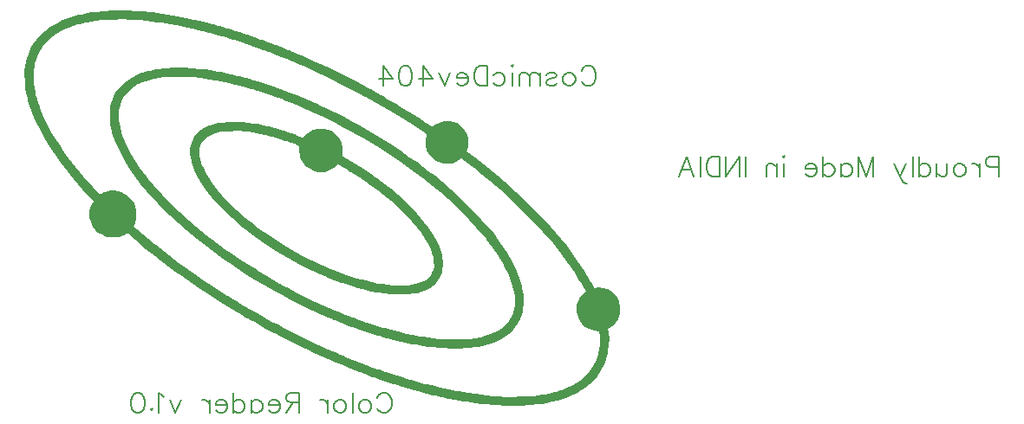
<source format=gbo>
G04 Layer: BottomSilkscreenLayer*
G04 EasyEDA v6.5.51, 2026-01-08 14:15:24*
G04 8ef0b08dc1df4c4d9fe98ab44df64a74,135c0aa5003143b9a617c0a099cfb315,10*
G04 Gerber Generator version 0.2*
G04 Scale: 100 percent, Rotated: No, Reflected: No *
G04 Dimensions in millimeters *
G04 leading zeros omitted , absolute positions ,4 integer and 5 decimal *
%FSLAX45Y45*%
%MOMM*%

%ADD10C,0.2032*%
%ADD11C,0.0151*%

%LPD*%
G36*
X1306372Y3570528D02*
G01*
X1211122Y3566515D01*
X1096822Y3560216D01*
X1036523Y3554171D01*
X992073Y3547719D01*
X953973Y3541369D01*
X922223Y3535121D01*
X893622Y3528822D01*
X865073Y3522218D01*
X820623Y3510127D01*
X763473Y3491026D01*
X712673Y3470808D01*
X655523Y3443630D01*
X592023Y3405886D01*
X541223Y3368446D01*
X472846Y3301847D01*
X445973Y3266541D01*
X441858Y3263341D01*
X408635Y3209391D01*
X377698Y3144520D01*
X377698Y3135122D01*
X371348Y3131210D01*
X371348Y3118815D01*
X365607Y3107791D01*
X352806Y3056991D01*
X346252Y3022041D01*
X341419Y2980791D01*
X430174Y2980791D01*
X435101Y3012541D01*
X441706Y3047441D01*
X448411Y3072841D01*
X460654Y3110941D01*
X465835Y3123641D01*
X487019Y3168091D01*
X531266Y3234791D01*
X595172Y3299002D01*
X648411Y3338169D01*
X692759Y3364077D01*
X743153Y3388969D01*
X792022Y3408375D01*
X855522Y3429050D01*
X882548Y3436416D01*
X906322Y3442360D01*
X934923Y3448812D01*
X957122Y3452520D01*
X988872Y3458616D01*
X1033322Y3465271D01*
X1087323Y3471265D01*
X1169873Y3477818D01*
X1325422Y3480206D01*
X1344472Y3477768D01*
X1474673Y3470859D01*
X1531823Y3465474D01*
X1588973Y3458616D01*
X1636572Y3452469D01*
X1681073Y3446170D01*
X1722323Y3439871D01*
X1760423Y3433521D01*
X1831848Y3420516D01*
X1865223Y3414166D01*
X1925523Y3401517D01*
X1985873Y3388106D01*
X2011273Y3382060D01*
X2036673Y3376422D01*
X2112873Y3357422D01*
X2138273Y3350260D01*
X2160473Y3344722D01*
X2185873Y3337560D01*
X2208123Y3332022D01*
X2233523Y3324758D01*
X2251049Y3321354D01*
X2254504Y3315766D01*
X2270099Y3315766D01*
X2281123Y3310026D01*
X2309723Y3302304D01*
X2373223Y3283254D01*
X2385923Y3278378D01*
X2471623Y3251504D01*
X2484323Y3246170D01*
X2563723Y3220212D01*
X2576423Y3214471D01*
X2604973Y3205226D01*
X2633573Y3194456D01*
X2668473Y3181756D01*
X2681173Y3176676D01*
X2703423Y3169056D01*
X2719273Y3162503D01*
X2731973Y3157575D01*
X2785973Y3137357D01*
X2825648Y3121202D01*
X2865323Y3105353D01*
X2878023Y3100476D01*
X2900273Y3090824D01*
X2935173Y3077108D01*
X2976473Y3059277D01*
X3013151Y3042716D01*
X3015996Y3042716D01*
X3057550Y3023666D01*
X3059938Y3023666D01*
X3116173Y2997809D01*
X3166973Y2975152D01*
X3290519Y2917291D01*
X3487623Y2818333D01*
X3570173Y2775153D01*
X3608273Y2754579D01*
X3665423Y2724404D01*
X3671773Y2719781D01*
X3716223Y2695702D01*
X3893769Y2594254D01*
X4036923Y2508097D01*
X4154373Y2434183D01*
X4233773Y2383485D01*
X4267200Y2361641D01*
X4263186Y2336241D01*
X4256176Y2323541D01*
X4255973Y2240991D01*
X4264660Y2212441D01*
X4269536Y2199741D01*
X4284573Y2169109D01*
X4318254Y2128012D01*
X4357573Y2099056D01*
X4386681Y2084273D01*
X4427423Y2071674D01*
X4468723Y2068372D01*
X4513173Y2073706D01*
X4538065Y2080260D01*
X4583023Y2102662D01*
X4601464Y2118766D01*
X4605324Y2118766D01*
X4635042Y2098141D01*
X4671923Y2069642D01*
X4704283Y2044141D01*
X4728870Y2025091D01*
X4806746Y1963267D01*
X4922723Y1866392D01*
X4944973Y1846630D01*
X5024323Y1777542D01*
X5027523Y1774291D01*
X5094173Y1713941D01*
X5157673Y1653895D01*
X5323078Y1488541D01*
X5401665Y1402791D01*
X5424525Y1377391D01*
X5500725Y1288491D01*
X5577027Y1193241D01*
X5640679Y1107541D01*
X5672683Y1063091D01*
X5710682Y1005941D01*
X5752033Y939241D01*
X5780532Y891641D01*
X5820918Y816914D01*
X5805373Y806602D01*
X5764123Y763930D01*
X5744006Y723341D01*
X5739688Y710641D01*
X5730748Y677011D01*
X5730748Y610920D01*
X5736285Y596341D01*
X5744006Y570941D01*
X5756808Y542696D01*
X5781548Y506272D01*
X5819749Y472541D01*
X5838139Y462534D01*
X5853023Y453034D01*
X5881573Y441553D01*
X5903823Y435457D01*
X5951423Y431241D01*
X5957468Y383641D01*
X5957570Y304241D01*
X5950000Y243941D01*
X5943142Y212191D01*
X5939637Y191465D01*
X5933948Y187960D01*
X5933948Y176530D01*
X5914948Y129641D01*
X5894882Y91541D01*
X5856732Y34391D01*
X5786323Y-35763D01*
X5760923Y-54965D01*
X5722315Y-81026D01*
X5697423Y-95199D01*
X5637123Y-125018D01*
X5583123Y-145643D01*
X5570423Y-150672D01*
X5535523Y-161544D01*
X5513273Y-167640D01*
X5489448Y-173583D01*
X5462473Y-179984D01*
X5427573Y-186944D01*
X5395823Y-192684D01*
X5354523Y-198983D01*
X5303723Y-205435D01*
X5205323Y-211632D01*
X5087823Y-215392D01*
X4916373Y-204673D01*
X4856073Y-199237D01*
X4798923Y-192836D01*
X4748123Y-186283D01*
X4662373Y-173380D01*
X4627473Y-167843D01*
X4589373Y-161188D01*
X4551273Y-153974D01*
X4487773Y-141274D01*
X4398873Y-122174D01*
X4376623Y-116738D01*
X4348073Y-110286D01*
X4271873Y-90525D01*
X4249623Y-85293D01*
X4176623Y-65024D01*
X4160723Y-61976D01*
X4148023Y-56845D01*
X4119473Y-49022D01*
X4103573Y-44145D01*
X4075023Y-36322D01*
X4062323Y-31445D01*
X4033723Y-23418D01*
X3976573Y-5334D01*
X3878173Y26568D01*
X3867150Y32766D01*
X3857447Y32766D01*
X3846423Y38811D01*
X3805123Y52273D01*
X3792423Y57556D01*
X3716223Y84023D01*
X3703523Y89357D01*
X3659073Y106578D01*
X3610356Y124307D01*
X3589223Y133705D01*
X3481273Y176276D01*
X3455365Y188010D01*
X3421481Y201371D01*
X3392373Y214426D01*
X3373323Y222554D01*
X3343249Y235966D01*
X3340252Y235966D01*
X3265373Y270306D01*
X3233623Y284378D01*
X3173323Y312470D01*
X3109925Y342341D01*
X2871673Y461264D01*
X2814523Y491998D01*
X2754223Y523951D01*
X2658973Y576630D01*
X2595473Y612902D01*
X2563723Y630377D01*
X2471623Y684631D01*
X2414473Y719429D01*
X2395423Y730504D01*
X2350973Y757580D01*
X2324404Y775716D01*
X2321001Y775716D01*
X2195423Y856386D01*
X2074773Y935736D01*
X2068423Y941374D01*
X1976323Y1004417D01*
X1922373Y1042060D01*
X1848815Y1095502D01*
X1747723Y1170838D01*
X1620723Y1269644D01*
X1608023Y1279906D01*
X1436573Y1422654D01*
X1401622Y1454607D01*
X1418894Y1488541D01*
X1433220Y1532991D01*
X1433220Y1626514D01*
X1425448Y1634236D01*
X1425448Y1644853D01*
X1411528Y1679041D01*
X1386433Y1716532D01*
X1363878Y1741525D01*
X1325422Y1768906D01*
X1288237Y1788210D01*
X1255572Y1797405D01*
X1225346Y1804416D01*
X1182573Y1804263D01*
X1153972Y1798116D01*
X1128572Y1791004D01*
X1115872Y1786280D01*
X1090472Y1773783D01*
X1075842Y1764741D01*
X1056233Y1786991D01*
X1007922Y1837842D01*
X960323Y1891741D01*
X956716Y1894941D01*
X880618Y1983841D01*
X804316Y2079091D01*
X747420Y2155291D01*
X712216Y2206091D01*
X689457Y2237841D01*
X637082Y2320391D01*
X603961Y2377541D01*
X577392Y2425141D01*
X525322Y2529941D01*
X491337Y2615641D01*
X485952Y2628341D01*
X465785Y2691841D01*
X460756Y2704541D01*
X456793Y2723591D01*
X450392Y2748991D01*
X444093Y2777591D01*
X437997Y2809341D01*
X430276Y2866491D01*
X430174Y2980791D01*
X341419Y2980791D01*
X338785Y2958541D01*
X342747Y2853791D01*
X348538Y2809341D01*
X355447Y2768041D01*
X361492Y2739491D01*
X368452Y2710891D01*
X374091Y2688691D01*
X380238Y2666441D01*
X391109Y2631541D01*
X396443Y2618841D01*
X405688Y2590241D01*
X432206Y2523591D01*
X441858Y2501341D01*
X504037Y2374341D01*
X540359Y2310841D01*
X601014Y2212441D01*
X639013Y2155291D01*
X696264Y2075891D01*
X725982Y2036267D01*
X822655Y1915058D01*
X905916Y1818741D01*
X976121Y1742541D01*
X1011123Y1705610D01*
X1013104Y1700123D01*
X997254Y1675841D01*
X981862Y1634591D01*
X974598Y1604314D01*
X974598Y1534922D01*
X980948Y1531010D01*
X980948Y1517497D01*
X994562Y1479194D01*
X1010412Y1450441D01*
X1031595Y1421231D01*
X1060145Y1394917D01*
X1095959Y1371955D01*
X1140561Y1353566D01*
X1155192Y1353566D01*
X1159154Y1347216D01*
X1238504Y1347216D01*
X1268272Y1354124D01*
X1280972Y1359357D01*
X1309573Y1369872D01*
X1333246Y1385316D01*
X1348740Y1385316D01*
X1350822Y1380540D01*
X1417523Y1322984D01*
X1526489Y1232408D01*
X1615338Y1161491D01*
X1661109Y1126591D01*
X1668373Y1119886D01*
X1808683Y1015441D01*
X1874723Y967536D01*
X1938223Y922883D01*
X2030323Y859383D01*
X2125573Y796188D01*
X2277973Y698601D01*
X2297023Y687628D01*
X2338273Y661771D01*
X2420823Y612241D01*
X2428748Y610158D01*
X2428748Y604266D01*
X2434996Y604266D01*
X2477973Y577951D01*
X2500223Y565251D01*
X2535123Y546150D01*
X2551023Y535381D01*
X2585923Y516331D01*
X2693873Y456082D01*
X2744368Y428955D01*
X2798673Y400304D01*
X2843123Y376326D01*
X3046323Y274523D01*
X3122523Y238455D01*
X3163773Y219405D01*
X3209188Y198069D01*
X3325723Y146761D01*
X3344773Y138074D01*
X3379165Y124510D01*
X3408273Y111506D01*
X3449523Y93624D01*
X3484473Y79908D01*
X3503523Y71577D01*
X3589223Y38455D01*
X3616147Y26416D01*
X3620973Y26466D01*
X3684473Y1676D01*
X3706723Y-5943D01*
X3719423Y-11023D01*
X3741623Y-18643D01*
X3754323Y-23926D01*
X3795623Y-37490D01*
X3808323Y-43180D01*
X3948023Y-88646D01*
X3960723Y-93472D01*
X4008323Y-107696D01*
X4021023Y-112725D01*
X4036923Y-116890D01*
X4055973Y-122275D01*
X4100423Y-135991D01*
X4141673Y-147777D01*
X4192473Y-161340D01*
X4214723Y-167640D01*
X4236923Y-173177D01*
X4259173Y-179527D01*
X4271873Y-182727D01*
X4329023Y-196138D01*
X4351223Y-201777D01*
X4382973Y-208940D01*
X4405223Y-214579D01*
X4424273Y-218389D01*
X4451248Y-224383D01*
X4481423Y-230733D01*
X4544923Y-242874D01*
X4617923Y-256133D01*
X4656023Y-262483D01*
X4744923Y-275437D01*
X4795723Y-281736D01*
X4852873Y-287883D01*
X4925923Y-294081D01*
X5068773Y-301650D01*
X5160873Y-301091D01*
X5291023Y-293979D01*
X5341823Y-288340D01*
X5395823Y-281584D01*
X5433923Y-275234D01*
X5462473Y-269544D01*
X5494223Y-262636D01*
X5545023Y-249377D01*
X5567273Y-242925D01*
X5584799Y-239521D01*
X5588254Y-233934D01*
X5599023Y-233934D01*
X5649823Y-214274D01*
X5662523Y-208991D01*
X5741873Y-170789D01*
X5775706Y-151282D01*
X5812485Y-126288D01*
X5860694Y-87985D01*
X5901080Y-48158D01*
X5933186Y-10058D01*
X5971743Y47599D01*
X6000140Y104241D01*
X6009741Y126441D01*
X6020460Y158191D01*
X6026454Y180441D01*
X6032804Y205841D01*
X6038850Y237591D01*
X6044895Y291541D01*
X6049213Y347167D01*
X6041694Y424891D01*
X6038850Y452018D01*
X6075273Y474878D01*
X6112357Y510641D01*
X6135979Y545541D01*
X6147104Y569620D01*
X6157569Y602691D01*
X6157569Y685241D01*
X6149441Y710641D01*
X6144310Y723341D01*
X6129223Y754837D01*
X6102705Y791006D01*
X6063640Y823518D01*
X6033973Y838403D01*
X5995873Y851153D01*
X5943142Y858672D01*
X5908192Y851408D01*
X5899759Y854659D01*
X5881827Y891641D01*
X5860084Y929741D01*
X5805627Y1021791D01*
X5725210Y1142441D01*
X5634431Y1263091D01*
X5576011Y1336141D01*
X5477002Y1451356D01*
X5399328Y1536141D01*
X5196332Y1739341D01*
X5141823Y1789785D01*
X5106822Y1821891D01*
X5075021Y1850491D01*
X5027625Y1891741D01*
X4998923Y1917547D01*
X4919573Y1983841D01*
X4906873Y1995627D01*
X4738573Y2130196D01*
X4657598Y2192070D01*
X4657598Y2196846D01*
X4662881Y2202891D01*
X4669790Y2228291D01*
X4676648Y2262124D01*
X4676648Y2288235D01*
X4669434Y2326741D01*
X4656683Y2364740D01*
X4630775Y2407970D01*
X4592523Y2444546D01*
X4560773Y2463647D01*
X4532223Y2475230D01*
X4506823Y2481630D01*
X4437126Y2484323D01*
X4408373Y2476906D01*
X4389323Y2470607D01*
X4348073Y2450947D01*
X4325975Y2433066D01*
X4317644Y2433066D01*
X4261815Y2470658D01*
X4189323Y2516581D01*
X4087723Y2580132D01*
X4005173Y2630881D01*
X3985463Y2642006D01*
X3938473Y2670251D01*
X3886911Y2700223D01*
X3855923Y2717952D01*
X3822293Y2737916D01*
X3820058Y2737916D01*
X3720337Y2795066D01*
X3718306Y2795066D01*
X3640023Y2838602D01*
X3576523Y2872232D01*
X3309569Y3006191D01*
X3192373Y3060700D01*
X3166973Y3072028D01*
X3128873Y3089656D01*
X3097123Y3103727D01*
X3063595Y3118916D01*
X3060750Y3118916D01*
X3019145Y3137966D01*
X3016046Y3137966D01*
X2959049Y3163366D01*
X2955747Y3163366D01*
X2925673Y3176574D01*
X2914599Y3182416D01*
X2908096Y3182416D01*
X2878023Y3195726D01*
X2846273Y3208629D01*
X2816098Y3220516D01*
X2798673Y3227679D01*
X2785973Y3232556D01*
X2763723Y3240176D01*
X2747873Y3246729D01*
X2697073Y3265576D01*
X2684373Y3270656D01*
X2662123Y3278276D01*
X2649423Y3283356D01*
X2627223Y3290976D01*
X2614523Y3296412D01*
X2535123Y3322370D01*
X2522423Y3328009D01*
X2481173Y3341268D01*
X2458923Y3347923D01*
X2446223Y3353104D01*
X2398623Y3367430D01*
X2363673Y3378403D01*
X2335123Y3386328D01*
X2322423Y3391204D01*
X2293823Y3399028D01*
X2277973Y3403904D01*
X2249373Y3411728D01*
X2233523Y3416604D01*
X2204923Y3424377D01*
X2190343Y3430066D01*
X2175154Y3430066D01*
X2171649Y3435705D01*
X2150973Y3439109D01*
X2046173Y3465372D01*
X2027123Y3468573D01*
X2014423Y3474008D01*
X1992223Y3477615D01*
X1963623Y3484067D01*
X1871573Y3503371D01*
X1842973Y3508857D01*
X1785823Y3519119D01*
X1731873Y3528212D01*
X1687423Y3535121D01*
X1639773Y3541420D01*
X1592122Y3547262D01*
X1468323Y3559962D01*
X1309827Y3566871D01*
G37*
G36*
X1817573Y3007309D02*
G01*
X1703273Y3001619D01*
X1652473Y2995015D01*
X1614373Y2989173D01*
X1595323Y2985211D01*
X1566722Y2978810D01*
X1541322Y2972358D01*
X1496872Y2959404D01*
X1484172Y2954426D01*
X1446072Y2940100D01*
X1384452Y2909874D01*
X1334973Y2876753D01*
X1282446Y2832354D01*
X1277823Y2824175D01*
X1255268Y2799791D01*
X1229461Y2761691D01*
X1202334Y2707741D01*
X1197508Y2695041D01*
X1191260Y2675991D01*
X1178102Y2625191D01*
X1173378Y2596591D01*
X1173083Y2495397D01*
X1260348Y2495397D01*
X1260348Y2586329D01*
X1266139Y2609291D01*
X1273505Y2644241D01*
X1278788Y2656941D01*
X1293215Y2695041D01*
X1304798Y2711856D01*
X1304798Y2716123D01*
X1324914Y2745333D01*
X1369669Y2792425D01*
X1406499Y2820466D01*
X1409293Y2820466D01*
X1433017Y2836519D01*
X1490522Y2864307D01*
X1557223Y2886506D01*
X1598472Y2896158D01*
X1617522Y2900222D01*
X1649272Y2906268D01*
X1696923Y2912465D01*
X1782673Y2918510D01*
X1909673Y2917748D01*
X1995373Y2913075D01*
X2058873Y2906268D01*
X2106523Y2899308D01*
X2144623Y2894126D01*
X2220823Y2880715D01*
X2300986Y2864612D01*
X2341473Y2855722D01*
X2366873Y2849321D01*
X2395423Y2842818D01*
X2446223Y2829458D01*
X2468473Y2824022D01*
X2557373Y2798622D01*
X2573223Y2794508D01*
X2585923Y2789428D01*
X2614523Y2781350D01*
X2754223Y2735122D01*
X2808173Y2715107D01*
X2824073Y2710078D01*
X2868523Y2692857D01*
X2881223Y2687675D01*
X2973273Y2651607D01*
X3014573Y2633624D01*
X3048965Y2620060D01*
X3140151Y2579116D01*
X3142335Y2579116D01*
X3259023Y2524252D01*
X3376523Y2465679D01*
X3464407Y2420162D01*
X3478123Y2411679D01*
X3527653Y2385263D01*
X3586073Y2352903D01*
X3652723Y2314702D01*
X3779723Y2238400D01*
X3855923Y2190800D01*
X4008323Y2089353D01*
X4049623Y2059584D01*
X4116273Y2012391D01*
X4232605Y1924964D01*
X4322267Y1853641D01*
X4402023Y1787296D01*
X4478223Y1720443D01*
X4560773Y1644243D01*
X4684623Y1520291D01*
X4751578Y1447241D01*
X4808677Y1380591D01*
X4849723Y1329791D01*
X4853127Y1326591D01*
X4910886Y1249781D01*
X4968392Y1163828D01*
X4995113Y1120241D01*
X5007914Y1097991D01*
X5030825Y1056741D01*
X5053939Y1009091D01*
X5067858Y977341D01*
X5077256Y955141D01*
X5081879Y945591D01*
X5102910Y878941D01*
X5107990Y866241D01*
X5117998Y818591D01*
X5125770Y774141D01*
X5125821Y678891D01*
X5118354Y640791D01*
X5114340Y621741D01*
X5109108Y609041D01*
X5094579Y570941D01*
X5068773Y527050D01*
X5015484Y470712D01*
X4965293Y435356D01*
X4913223Y408686D01*
X4862423Y389128D01*
X4817973Y376174D01*
X4792573Y369824D01*
X4738573Y359562D01*
X4687773Y353161D01*
X4614773Y347573D01*
X4494123Y347421D01*
X4392523Y353466D01*
X4335373Y359613D01*
X4284573Y365912D01*
X4240123Y372618D01*
X4205173Y378256D01*
X4167073Y384911D01*
X4128973Y392125D01*
X4071823Y404215D01*
X4043273Y410972D01*
X4017873Y416610D01*
X3916273Y441959D01*
X3860698Y457860D01*
X3833723Y465124D01*
X3821023Y470204D01*
X3792423Y478180D01*
X3738473Y495401D01*
X3690823Y510184D01*
X3684778Y515366D01*
X3670554Y515366D01*
X3666642Y521716D01*
X3654247Y521716D01*
X3643223Y527761D01*
X3601923Y541223D01*
X3589223Y546506D01*
X3551123Y560476D01*
X3538423Y565556D01*
X3500323Y579628D01*
X3473399Y591566D01*
X3466947Y591566D01*
X3436823Y604926D01*
X3424123Y610006D01*
X3401923Y619658D01*
X3367074Y633323D01*
X3333445Y648716D01*
X3330651Y648716D01*
X3218688Y699516D01*
X3216554Y699516D01*
X3141573Y734974D01*
X2989173Y810717D01*
X2916123Y849274D01*
X2862783Y878078D01*
X2831693Y896366D01*
X2829458Y896366D01*
X2708452Y965962D01*
X2633573Y1011580D01*
X2611374Y1024128D01*
X2585770Y1041755D01*
X2554173Y1060602D01*
X2443429Y1131773D01*
X2360523Y1189532D01*
X2297023Y1234135D01*
X2252573Y1266647D01*
X2176373Y1323187D01*
X2173173Y1326591D01*
X2119223Y1367536D01*
X2017623Y1450390D01*
X1998573Y1467154D01*
X1947773Y1509979D01*
X1893824Y1558391D01*
X1852523Y1596440D01*
X1774088Y1672691D01*
X1683715Y1764741D01*
X1639773Y1812493D01*
X1600911Y1856841D01*
X1549552Y1918817D01*
X1531874Y1942541D01*
X1528267Y1945741D01*
X1464614Y2031441D01*
X1420266Y2098141D01*
X1382014Y2161641D01*
X1354937Y2211527D01*
X1327759Y2266391D01*
X1316837Y2291791D01*
X1305407Y2320391D01*
X1294536Y2348941D01*
X1288389Y2367991D01*
X1283157Y2387041D01*
X1274013Y2421991D01*
X1267206Y2456891D01*
X1260348Y2495397D01*
X1173083Y2495397D01*
X1173073Y2491841D01*
X1178052Y2453741D01*
X1184656Y2418791D01*
X1190955Y2393391D01*
X1195984Y2374341D01*
X1204112Y2345791D01*
X1212291Y2320391D01*
X1231239Y2268474D01*
X1242060Y2244191D01*
X1291386Y2142591D01*
X1327962Y2079091D01*
X1388008Y1986991D01*
X1411478Y1955241D01*
X1475740Y1869541D01*
X1528521Y1806041D01*
X1534972Y1799132D01*
X1569923Y1758492D01*
X1642465Y1679041D01*
X1757273Y1564741D01*
X1846173Y1481988D01*
X1919173Y1418183D01*
X2020773Y1333093D01*
X2154123Y1229512D01*
X2163673Y1221841D01*
X2277973Y1139240D01*
X2370023Y1074928D01*
X2490673Y995934D01*
X2582773Y938580D01*
X2678023Y881380D01*
X2789123Y817930D01*
X2858973Y779373D01*
X2944723Y734263D01*
X3135223Y640029D01*
X3176473Y620826D01*
X3227273Y597966D01*
X3265373Y581355D01*
X3300323Y565505D01*
X3313023Y560476D01*
X3335223Y550824D01*
X3363823Y539851D01*
X3369818Y534416D01*
X3378149Y534416D01*
X3408273Y521106D01*
X3436823Y509879D01*
X3452723Y503326D01*
X3490823Y489254D01*
X3509873Y480923D01*
X3541623Y470611D01*
X3570173Y458876D01*
X3592423Y451256D01*
X3605123Y445820D01*
X3719423Y408330D01*
X3786073Y387858D01*
X3801973Y382778D01*
X3830523Y374954D01*
X3846423Y370078D01*
X3874973Y362254D01*
X3890873Y357378D01*
X3919423Y349859D01*
X3938930Y343916D01*
X3952392Y343916D01*
X3955897Y338277D01*
X3979773Y334924D01*
X4008323Y327710D01*
X4063898Y315366D01*
X4090873Y309575D01*
X4128973Y302006D01*
X4160723Y296113D01*
X4233773Y283667D01*
X4281373Y277063D01*
X4332173Y270611D01*
X4389323Y264820D01*
X4542688Y257505D01*
X4687773Y264566D01*
X4732223Y270713D01*
X4773523Y277012D01*
X4805273Y283210D01*
X4859223Y296722D01*
X4876749Y300228D01*
X4880254Y305816D01*
X4892649Y305816D01*
X4903673Y311708D01*
X4957673Y332435D01*
X4976723Y342798D01*
X5017973Y364439D01*
X5021173Y367893D01*
X5067808Y399440D01*
X5116728Y447141D01*
X5132730Y466394D01*
X5158892Y504951D01*
X5180939Y548741D01*
X5190286Y570941D01*
X5196636Y589991D01*
X5203291Y615391D01*
X5209590Y643991D01*
X5217210Y698195D01*
X5213350Y777341D01*
X5206949Y821791D01*
X5200954Y853541D01*
X5194604Y878941D01*
X5187848Y902716D01*
X5182260Y923391D01*
X5171643Y955141D01*
X5166207Y967841D01*
X5155590Y996391D01*
X5136235Y1040841D01*
X5096662Y1120241D01*
X5050383Y1199591D01*
X4986934Y1294841D01*
X4923180Y1380591D01*
X4865827Y1450441D01*
X4802124Y1523441D01*
X4700473Y1631391D01*
X4568190Y1758391D01*
X4560722Y1764741D01*
X4503623Y1815896D01*
X4414723Y1891893D01*
X4347514Y1946808D01*
X4284573Y1996186D01*
X4170273Y2082342D01*
X4100423Y2131771D01*
X4090873Y2139442D01*
X4011523Y2193391D01*
X3909923Y2260447D01*
X3824173Y2314752D01*
X3697173Y2390800D01*
X3614623Y2438450D01*
X3544773Y2476601D01*
X3459073Y2522880D01*
X3284423Y2610358D01*
X3240786Y2630220D01*
X3195523Y2651506D01*
X3081223Y2702153D01*
X3020923Y2727553D01*
X2900273Y2775407D01*
X2846273Y2795625D01*
X2833573Y2800959D01*
X2792323Y2814523D01*
X2779623Y2820009D01*
X2738323Y2833573D01*
X2725623Y2838958D01*
X2639923Y2865577D01*
X2627223Y2870758D01*
X2582773Y2884017D01*
X2557373Y2891028D01*
X2541473Y2895904D01*
X2512923Y2903677D01*
X2498293Y2909366D01*
X2485847Y2909366D01*
X2474823Y2915107D01*
X2436723Y2922727D01*
X2424023Y2927705D01*
X2385923Y2935427D01*
X2373223Y2940659D01*
X2354173Y2943961D01*
X2262073Y2963316D01*
X2227173Y2969971D01*
X2192223Y2975965D01*
X2154123Y2981909D01*
X2106523Y2988970D01*
X2055723Y2995117D01*
X1982673Y3001873D01*
X1896973Y3006699D01*
G37*
G36*
X2323134Y2477516D02*
G01*
X2265273Y2470810D01*
X2230323Y2464511D01*
X2198573Y2458008D01*
X2157323Y2445359D01*
X2144623Y2440432D01*
X2077161Y2407361D01*
X2065172Y2396591D01*
X2034844Y2372156D01*
X2000808Y2329891D01*
X1978558Y2288641D01*
X1966112Y2250541D01*
X1958848Y2212035D01*
X1958848Y2147824D01*
X1959552Y2144268D01*
X2047748Y2144268D01*
X2047748Y2211679D01*
X2054809Y2237841D01*
X2059635Y2250541D01*
X2077923Y2287524D01*
X2112162Y2322626D01*
X2145588Y2344013D01*
X2182622Y2360930D01*
X2201773Y2366924D01*
X2223973Y2373172D01*
X2249373Y2379370D01*
X2293823Y2386076D01*
X2462276Y2389022D01*
X2465730Y2385517D01*
X2528773Y2379065D01*
X2573223Y2373274D01*
X2639923Y2360371D01*
X2697073Y2347722D01*
X2722473Y2341422D01*
X2747873Y2334260D01*
X2770073Y2328875D01*
X2868523Y2299157D01*
X2879547Y2293366D01*
X2891942Y2293366D01*
X2895854Y2287016D01*
X2910078Y2287016D01*
X2916123Y2281986D01*
X2941523Y2273909D01*
X2954223Y2268626D01*
X2992323Y2254656D01*
X3005023Y2249576D01*
X3025648Y2241804D01*
X3025648Y2233371D01*
X3018637Y2200706D01*
X3026257Y2148941D01*
X3031998Y2137918D01*
X3031998Y2128367D01*
X3054451Y2086051D01*
X3074517Y2060041D01*
X3097123Y2038604D01*
X3132328Y2014626D01*
X3160623Y2001977D01*
X3173323Y1997506D01*
X3206953Y1988566D01*
X3263696Y1988566D01*
X3293973Y1995779D01*
X3328873Y2008835D01*
X3373323Y2038705D01*
X3395218Y2061616D01*
X3401923Y2061565D01*
X3481273Y2016099D01*
X3524199Y1988566D01*
X3526891Y1988566D01*
X3617823Y1930501D01*
X3674973Y1892401D01*
X3719423Y1860448D01*
X3789273Y1809343D01*
X3884523Y1733346D01*
X3951173Y1676044D01*
X3989273Y1641093D01*
X4094226Y1536141D01*
X4122775Y1504391D01*
X4170629Y1447241D01*
X4211929Y1393291D01*
X4250639Y1336141D01*
X4281678Y1282141D01*
X4305300Y1232763D01*
X4315307Y1205941D01*
X4320540Y1193241D01*
X4324654Y1177391D01*
X4331106Y1155141D01*
X4337812Y1123391D01*
X4338218Y1056741D01*
X4333240Y1031341D01*
X4328261Y1018641D01*
X4309973Y980998D01*
X4268673Y939190D01*
X4255973Y929741D01*
X4217873Y909574D01*
X4157573Y890676D01*
X4122623Y883919D01*
X4083100Y877062D01*
X3932580Y877112D01*
X3887673Y883462D01*
X3833723Y890371D01*
X3792423Y896874D01*
X3769461Y902716D01*
X3749954Y902716D01*
X3745992Y909066D01*
X3729685Y909066D01*
X3706723Y915212D01*
X3643223Y930910D01*
X3617823Y938276D01*
X3597097Y941527D01*
X3593592Y947166D01*
X3582009Y947166D01*
X3459073Y987856D01*
X3373323Y1020114D01*
X3359048Y1025804D01*
X3328873Y1038758D01*
X3294481Y1052271D01*
X3214573Y1087831D01*
X3055823Y1166063D01*
X2995523Y1198727D01*
X2890723Y1259179D01*
X2789123Y1322832D01*
X2712923Y1373632D01*
X2624023Y1437487D01*
X2554173Y1491538D01*
X2500223Y1535277D01*
X2410256Y1613814D01*
X2319782Y1701241D01*
X2227021Y1806041D01*
X2175764Y1872691D01*
X2130450Y1940560D01*
X2114499Y1967941D01*
X2078431Y2040991D01*
X2072436Y2056841D01*
X2066798Y2067864D01*
X2066798Y2077567D01*
X2061057Y2088591D01*
X2054758Y2113991D01*
X2047748Y2144268D01*
X1959552Y2144268D01*
X1972157Y2082241D01*
X1977847Y2063191D01*
X1986838Y2034641D01*
X2000656Y1999691D01*
X2023008Y1952091D01*
X2055164Y1894941D01*
X2105914Y1818741D01*
X2134565Y1780641D01*
X2170023Y1736191D01*
X2183841Y1720850D01*
X2220823Y1677822D01*
X2366924Y1532991D01*
X2468626Y1447241D01*
X2493873Y1426718D01*
X2573985Y1364691D01*
X2662123Y1301851D01*
X2766212Y1232255D01*
X2795473Y1214780D01*
X2849473Y1181252D01*
X2925673Y1136700D01*
X2954223Y1121003D01*
X2973273Y1109980D01*
X3027527Y1081024D01*
X3135223Y1027480D01*
X3176473Y1008176D01*
X3270046Y966216D01*
X3273399Y966216D01*
X3303473Y953008D01*
X3314496Y947166D01*
X3320999Y947166D01*
X3351123Y933856D01*
X3363823Y928776D01*
X3401923Y914806D01*
X3414623Y909726D01*
X3436823Y902106D01*
X3449523Y896975D01*
X3547973Y865530D01*
X3576523Y857554D01*
X3592423Y852678D01*
X3640023Y839978D01*
X3671773Y832510D01*
X3694023Y826922D01*
X3722573Y820521D01*
X3741623Y816610D01*
X3770223Y811225D01*
X3811473Y803960D01*
X3852773Y797915D01*
X3922623Y790041D01*
X4087723Y790143D01*
X4138523Y797966D01*
X4170273Y803757D01*
X4195673Y811123D01*
X4211523Y814324D01*
X4224223Y819556D01*
X4262323Y833831D01*
X4297273Y853033D01*
X4332173Y876808D01*
X4360773Y904341D01*
X4376674Y923391D01*
X4396689Y955141D01*
X4410608Y986891D01*
X4415739Y999591D01*
X4422241Y1028141D01*
X4429912Y1077417D01*
X4425696Y1117041D01*
X4419904Y1158341D01*
X4415993Y1177391D01*
X4409236Y1202791D01*
X4402988Y1221841D01*
X4397908Y1234541D01*
X4389831Y1256741D01*
X4357878Y1326591D01*
X4320590Y1389481D01*
X4281881Y1447241D01*
X4243679Y1498041D01*
X4176928Y1577441D01*
X4034688Y1720291D01*
X3982923Y1765604D01*
X3915968Y1821891D01*
X3891483Y1840941D01*
X3859123Y1866950D01*
X3782923Y1923846D01*
X3751173Y1945284D01*
X3747973Y1949297D01*
X3624173Y2032101D01*
X3539185Y2084425D01*
X3449523Y2135682D01*
X3438601Y2144979D01*
X3444748Y2156460D01*
X3444748Y2237384D01*
X3437534Y2260041D01*
X3433013Y2272741D01*
X3418738Y2304491D01*
X3390849Y2343607D01*
X3357473Y2371445D01*
X3332073Y2387447D01*
X3297123Y2400706D01*
X3268472Y2408072D01*
X3192373Y2405430D01*
X3173323Y2400858D01*
X3160623Y2395626D01*
X3129127Y2381656D01*
X3093313Y2357323D01*
X3064357Y2325116D01*
X3055112Y2325116D01*
X3008223Y2343607D01*
X2979623Y2354326D01*
X2951073Y2363571D01*
X2938373Y2369312D01*
X2874873Y2389428D01*
X2862173Y2394458D01*
X2846273Y2398572D01*
X2782773Y2416759D01*
X2731973Y2430424D01*
X2709773Y2435606D01*
X2674823Y2443327D01*
X2646273Y2449271D01*
X2614523Y2455265D01*
X2570073Y2462174D01*
X2528773Y2467813D01*
X2458923Y2474468D01*
X2449423Y2476804D01*
G37*
D10*
X3785755Y-222135D02*
G01*
X3794991Y-203662D01*
X3813464Y-185188D01*
X3831935Y-175953D01*
X3868882Y-175953D01*
X3887355Y-185188D01*
X3905826Y-203662D01*
X3915064Y-222135D01*
X3924300Y-249844D01*
X3924300Y-296024D01*
X3915064Y-323735D01*
X3905826Y-342206D01*
X3887355Y-360679D01*
X3868882Y-369915D01*
X3831935Y-369915D01*
X3813464Y-360679D01*
X3794991Y-342206D01*
X3785755Y-323735D01*
X3678613Y-240606D02*
G01*
X3697084Y-249844D01*
X3715557Y-268315D01*
X3724795Y-296024D01*
X3724795Y-314497D01*
X3715557Y-342206D01*
X3697084Y-360679D01*
X3678613Y-369915D01*
X3650904Y-369915D01*
X3632431Y-360679D01*
X3613957Y-342206D01*
X3604722Y-314497D01*
X3604722Y-296024D01*
X3613957Y-268315D01*
X3632431Y-249844D01*
X3650904Y-240606D01*
X3678613Y-240606D01*
X3543762Y-175953D02*
G01*
X3543762Y-369915D01*
X3436620Y-240606D02*
G01*
X3455093Y-249844D01*
X3473564Y-268315D01*
X3482802Y-296024D01*
X3482802Y-314497D01*
X3473564Y-342206D01*
X3455093Y-360679D01*
X3436620Y-369915D01*
X3408911Y-369915D01*
X3390437Y-360679D01*
X3371964Y-342206D01*
X3362728Y-314497D01*
X3362728Y-296024D01*
X3371964Y-268315D01*
X3390437Y-249844D01*
X3408911Y-240606D01*
X3436620Y-240606D01*
X3301768Y-240606D02*
G01*
X3301768Y-369915D01*
X3301768Y-296024D02*
G01*
X3292533Y-268315D01*
X3274059Y-249844D01*
X3255586Y-240606D01*
X3227877Y-240606D01*
X3024677Y-175953D02*
G01*
X3024677Y-369915D01*
X3024677Y-175953D02*
G01*
X2941551Y-175953D01*
X2913842Y-185188D01*
X2904604Y-194424D01*
X2895368Y-212897D01*
X2895368Y-231371D01*
X2904604Y-249844D01*
X2913842Y-259079D01*
X2941551Y-268315D01*
X3024677Y-268315D01*
X2960024Y-268315D02*
G01*
X2895368Y-369915D01*
X2834408Y-296024D02*
G01*
X2723573Y-296024D01*
X2723573Y-277553D01*
X2732808Y-259079D01*
X2742044Y-249844D01*
X2760517Y-240606D01*
X2788226Y-240606D01*
X2806700Y-249844D01*
X2825173Y-268315D01*
X2834408Y-296024D01*
X2834408Y-314497D01*
X2825173Y-342206D01*
X2806700Y-360679D01*
X2788226Y-369915D01*
X2760517Y-369915D01*
X2742044Y-360679D01*
X2723573Y-342206D01*
X2551775Y-240606D02*
G01*
X2551775Y-369915D01*
X2551775Y-268315D02*
G01*
X2570248Y-249844D01*
X2588722Y-240606D01*
X2616431Y-240606D01*
X2634904Y-249844D01*
X2653375Y-268315D01*
X2662613Y-296024D01*
X2662613Y-314497D01*
X2653375Y-342206D01*
X2634904Y-360679D01*
X2616431Y-369915D01*
X2588722Y-369915D01*
X2570248Y-360679D01*
X2551775Y-342206D01*
X2379979Y-175953D02*
G01*
X2379979Y-369915D01*
X2379979Y-268315D02*
G01*
X2398453Y-249844D01*
X2416924Y-240606D01*
X2444635Y-240606D01*
X2463106Y-249844D01*
X2481579Y-268315D01*
X2490815Y-296024D01*
X2490815Y-314497D01*
X2481579Y-342206D01*
X2463106Y-360679D01*
X2444635Y-369915D01*
X2416924Y-369915D01*
X2398453Y-360679D01*
X2379979Y-342206D01*
X2319020Y-296024D02*
G01*
X2208184Y-296024D01*
X2208184Y-277553D01*
X2217420Y-259079D01*
X2226655Y-249844D01*
X2245128Y-240606D01*
X2272837Y-240606D01*
X2291311Y-249844D01*
X2309784Y-268315D01*
X2319020Y-296024D01*
X2319020Y-314497D01*
X2309784Y-342206D01*
X2291311Y-360679D01*
X2272837Y-369915D01*
X2245128Y-369915D01*
X2226655Y-360679D01*
X2208184Y-342206D01*
X2147224Y-240606D02*
G01*
X2147224Y-369915D01*
X2147224Y-296024D02*
G01*
X2137986Y-268315D01*
X2119515Y-249844D01*
X2101042Y-240606D01*
X2073333Y-240606D01*
X1870133Y-240606D02*
G01*
X1814715Y-369915D01*
X1759295Y-240606D02*
G01*
X1814715Y-369915D01*
X1698335Y-212897D02*
G01*
X1679864Y-203662D01*
X1652155Y-175953D01*
X1652155Y-369915D01*
X1581957Y-323735D02*
G01*
X1591195Y-332971D01*
X1581957Y-342206D01*
X1572722Y-332971D01*
X1581957Y-323735D01*
X1456344Y-175953D02*
G01*
X1484053Y-185188D01*
X1502524Y-212897D01*
X1511762Y-259079D01*
X1511762Y-286788D01*
X1502524Y-332971D01*
X1484053Y-360679D01*
X1456344Y-369915D01*
X1437871Y-369915D01*
X1410162Y-360679D01*
X1391688Y-332971D01*
X1382453Y-286788D01*
X1382453Y-259079D01*
X1391688Y-212897D01*
X1410162Y-185188D01*
X1437871Y-175953D01*
X1456344Y-175953D01*
X5779770Y2978150D02*
G01*
X5788913Y2996692D01*
X5807456Y3015234D01*
X5825743Y3024378D01*
X5862827Y3024378D01*
X5881370Y3015234D01*
X5899658Y2996692D01*
X5909056Y2978150D01*
X5918200Y2950463D01*
X5918200Y2904489D01*
X5909056Y2876550D01*
X5899658Y2858262D01*
X5881370Y2839720D01*
X5862827Y2830576D01*
X5825743Y2830576D01*
X5807456Y2839720D01*
X5788913Y2858262D01*
X5779770Y2876550D01*
X5672581Y2959862D02*
G01*
X5690870Y2950463D01*
X5709411Y2932176D01*
X5718809Y2904489D01*
X5718809Y2885947D01*
X5709411Y2858262D01*
X5690870Y2839720D01*
X5672581Y2830576D01*
X5644895Y2830576D01*
X5626354Y2839720D01*
X5607811Y2858262D01*
X5598668Y2885947D01*
X5598668Y2904489D01*
X5607811Y2932176D01*
X5626354Y2950463D01*
X5644895Y2959862D01*
X5672581Y2959862D01*
X5436108Y2932176D02*
G01*
X5445252Y2950463D01*
X5472938Y2959862D01*
X5500624Y2959862D01*
X5528309Y2950463D01*
X5537708Y2932176D01*
X5528309Y2913634D01*
X5510022Y2904489D01*
X5463793Y2895092D01*
X5445252Y2885947D01*
X5436108Y2867405D01*
X5436108Y2858262D01*
X5445252Y2839720D01*
X5472938Y2830576D01*
X5500624Y2830576D01*
X5528309Y2839720D01*
X5537708Y2858262D01*
X5375147Y2959862D02*
G01*
X5375147Y2830576D01*
X5375147Y2922778D02*
G01*
X5347461Y2950463D01*
X5328920Y2959862D01*
X5301234Y2959862D01*
X5282691Y2950463D01*
X5273547Y2922778D01*
X5273547Y2830576D01*
X5273547Y2922778D02*
G01*
X5245861Y2950463D01*
X5227320Y2959862D01*
X5199634Y2959862D01*
X5181091Y2950463D01*
X5171947Y2922778D01*
X5171947Y2830576D01*
X5110988Y3024378D02*
G01*
X5101590Y3015234D01*
X5092445Y3024378D01*
X5101590Y3033776D01*
X5110988Y3024378D01*
X5101590Y2959862D02*
G01*
X5101590Y2830576D01*
X4920741Y2932176D02*
G01*
X4939029Y2950463D01*
X4957572Y2959862D01*
X4985258Y2959862D01*
X5003800Y2950463D01*
X5022341Y2932176D01*
X5031486Y2904489D01*
X5031486Y2885947D01*
X5022341Y2858262D01*
X5003800Y2839720D01*
X4985258Y2830576D01*
X4957572Y2830576D01*
X4939029Y2839720D01*
X4920741Y2858262D01*
X4859781Y3024378D02*
G01*
X4859781Y2830576D01*
X4859781Y3024378D02*
G01*
X4795011Y3024378D01*
X4767325Y3015234D01*
X4748784Y2996692D01*
X4739640Y2978150D01*
X4730495Y2950463D01*
X4730495Y2904489D01*
X4739640Y2876550D01*
X4748784Y2858262D01*
X4767325Y2839720D01*
X4795011Y2830576D01*
X4859781Y2830576D01*
X4669536Y2904489D02*
G01*
X4558538Y2904489D01*
X4558538Y2922778D01*
X4567936Y2941320D01*
X4577079Y2950463D01*
X4595622Y2959862D01*
X4623308Y2959862D01*
X4641850Y2950463D01*
X4660138Y2932176D01*
X4669536Y2904489D01*
X4669536Y2885947D01*
X4660138Y2858262D01*
X4641850Y2839720D01*
X4623308Y2830576D01*
X4595622Y2830576D01*
X4577079Y2839720D01*
X4558538Y2858262D01*
X4497577Y2959862D02*
G01*
X4442206Y2830576D01*
X4386834Y2959862D02*
G01*
X4442206Y2830576D01*
X4233418Y3024378D02*
G01*
X4325874Y2895092D01*
X4187190Y2895092D01*
X4233418Y3024378D02*
G01*
X4233418Y2830576D01*
X4070858Y3024378D02*
G01*
X4098543Y3015234D01*
X4117086Y2987547D01*
X4126229Y2941320D01*
X4126229Y2913634D01*
X4117086Y2867405D01*
X4098543Y2839720D01*
X4070858Y2830576D01*
X4052570Y2830576D01*
X4024629Y2839720D01*
X4006341Y2867405D01*
X3996943Y2913634D01*
X3996943Y2941320D01*
X4006341Y2987547D01*
X4024629Y3015234D01*
X4052570Y3024378D01*
X4070858Y3024378D01*
X3843781Y3024378D02*
G01*
X3935984Y2895092D01*
X3797554Y2895092D01*
X3843781Y3024378D02*
G01*
X3843781Y2830576D01*
X9855200Y2135378D02*
G01*
X9855200Y1941576D01*
X9855200Y2135378D02*
G01*
X9772141Y2135378D01*
X9744456Y2126234D01*
X9735058Y2117089D01*
X9725913Y2098547D01*
X9725913Y2070862D01*
X9735058Y2052320D01*
X9744456Y2043176D01*
X9772141Y2033778D01*
X9855200Y2033778D01*
X9664954Y2070862D02*
G01*
X9664954Y1941576D01*
X9664954Y2015489D02*
G01*
X9655809Y2043176D01*
X9637268Y2061463D01*
X9618725Y2070862D01*
X9591040Y2070862D01*
X9483852Y2070862D02*
G01*
X9502393Y2061463D01*
X9520936Y2043176D01*
X9530079Y2015489D01*
X9530079Y1996947D01*
X9520936Y1969262D01*
X9502393Y1950720D01*
X9483852Y1941576D01*
X9456165Y1941576D01*
X9437624Y1950720D01*
X9419336Y1969262D01*
X9409938Y1996947D01*
X9409938Y2015489D01*
X9419336Y2043176D01*
X9437624Y2061463D01*
X9456165Y2070862D01*
X9483852Y2070862D01*
X9348977Y2070862D02*
G01*
X9348977Y1978405D01*
X9339834Y1950720D01*
X9321291Y1941576D01*
X9293606Y1941576D01*
X9275063Y1950720D01*
X9247377Y1978405D01*
X9247377Y2070862D02*
G01*
X9247377Y1941576D01*
X9075674Y2135378D02*
G01*
X9075674Y1941576D01*
X9075674Y2043176D02*
G01*
X9094215Y2061463D01*
X9112504Y2070862D01*
X9140190Y2070862D01*
X9158731Y2061463D01*
X9177274Y2043176D01*
X9186418Y2015489D01*
X9186418Y1996947D01*
X9177274Y1969262D01*
X9158731Y1950720D01*
X9140190Y1941576D01*
X9112504Y1941576D01*
X9094215Y1950720D01*
X9075674Y1969262D01*
X9014713Y2135378D02*
G01*
X9014713Y1941576D01*
X8944609Y2070862D02*
G01*
X8888984Y1941576D01*
X8833611Y2070862D02*
G01*
X8888984Y1941576D01*
X8907525Y1904492D01*
X8926068Y1885950D01*
X8944609Y1876805D01*
X8953754Y1876805D01*
X8630411Y2135378D02*
G01*
X8630411Y1941576D01*
X8630411Y2135378D02*
G01*
X8556497Y1941576D01*
X8482584Y2135378D02*
G01*
X8556497Y1941576D01*
X8482584Y2135378D02*
G01*
X8482584Y1941576D01*
X8310879Y2070862D02*
G01*
X8310879Y1941576D01*
X8310879Y2043176D02*
G01*
X8329422Y2061463D01*
X8347709Y2070862D01*
X8375650Y2070862D01*
X8393938Y2061463D01*
X8412479Y2043176D01*
X8421624Y2015489D01*
X8421624Y1996947D01*
X8412479Y1969262D01*
X8393938Y1950720D01*
X8375650Y1941576D01*
X8347709Y1941576D01*
X8329422Y1950720D01*
X8310879Y1969262D01*
X8139175Y2135378D02*
G01*
X8139175Y1941576D01*
X8139175Y2043176D02*
G01*
X8157463Y2061463D01*
X8176006Y2070862D01*
X8203691Y2070862D01*
X8222234Y2061463D01*
X8240775Y2043176D01*
X8249920Y2015489D01*
X8249920Y1996947D01*
X8240775Y1969262D01*
X8222234Y1950720D01*
X8203691Y1941576D01*
X8176006Y1941576D01*
X8157463Y1950720D01*
X8139175Y1969262D01*
X8078215Y2015489D02*
G01*
X7967218Y2015489D01*
X7967218Y2033778D01*
X7976615Y2052320D01*
X7985759Y2061463D01*
X8004302Y2070862D01*
X8031988Y2070862D01*
X8050529Y2061463D01*
X8068818Y2043176D01*
X8078215Y2015489D01*
X8078215Y1996947D01*
X8068818Y1969262D01*
X8050529Y1950720D01*
X8031988Y1941576D01*
X8004302Y1941576D01*
X7985759Y1950720D01*
X7967218Y1969262D01*
X7764018Y2135378D02*
G01*
X7754874Y2126234D01*
X7745729Y2135378D01*
X7754874Y2144776D01*
X7764018Y2135378D01*
X7754874Y2070862D02*
G01*
X7754874Y1941576D01*
X7684770Y2070862D02*
G01*
X7684770Y1941576D01*
X7684770Y2033778D02*
G01*
X7656829Y2061463D01*
X7638541Y2070862D01*
X7610856Y2070862D01*
X7592313Y2061463D01*
X7583170Y2033778D01*
X7583170Y1941576D01*
X7379970Y2135378D02*
G01*
X7379970Y1941576D01*
X7319009Y2135378D02*
G01*
X7319009Y1941576D01*
X7319009Y2135378D02*
G01*
X7189470Y1941576D01*
X7189470Y2135378D02*
G01*
X7189470Y1941576D01*
X7128509Y2135378D02*
G01*
X7128509Y1941576D01*
X7128509Y2135378D02*
G01*
X7063993Y2135378D01*
X7036308Y2126234D01*
X7017765Y2107692D01*
X7008622Y2089150D01*
X6999224Y2061463D01*
X6999224Y2015489D01*
X7008622Y1987550D01*
X7017765Y1969262D01*
X7036308Y1950720D01*
X7063993Y1941576D01*
X7128509Y1941576D01*
X6938263Y2135378D02*
G01*
X6938263Y1941576D01*
X6803390Y2135378D02*
G01*
X6877304Y1941576D01*
X6803390Y2135378D02*
G01*
X6729729Y1941576D01*
X6849618Y2006092D02*
G01*
X6757415Y2006092D01*
M02*

</source>
